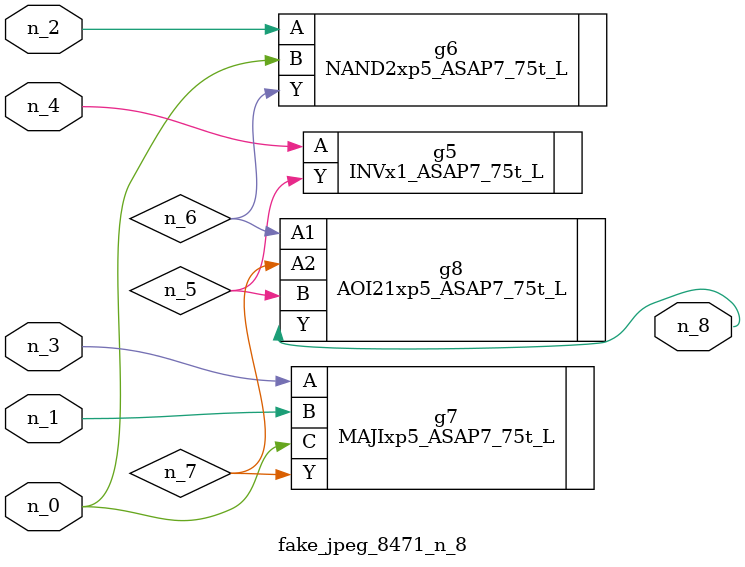
<source format=v>
module fake_jpeg_8471_n_8 (n_3, n_2, n_1, n_0, n_4, n_8);

input n_3;
input n_2;
input n_1;
input n_0;
input n_4;

output n_8;

wire n_6;
wire n_5;
wire n_7;

INVx1_ASAP7_75t_L g5 ( 
.A(n_4),
.Y(n_5)
);

NAND2xp5_ASAP7_75t_L g6 ( 
.A(n_2),
.B(n_0),
.Y(n_6)
);

MAJIxp5_ASAP7_75t_L g7 ( 
.A(n_3),
.B(n_1),
.C(n_0),
.Y(n_7)
);

AOI21xp5_ASAP7_75t_L g8 ( 
.A1(n_6),
.A2(n_7),
.B(n_5),
.Y(n_8)
);


endmodule
</source>
